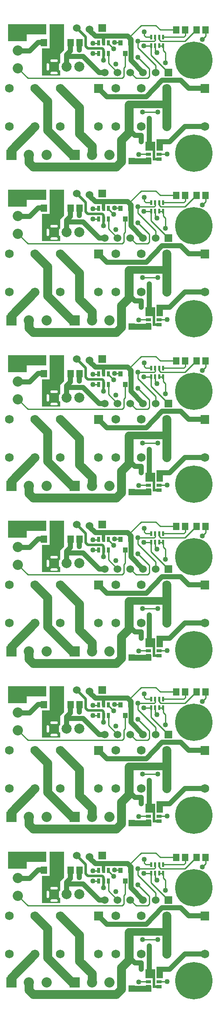
<source format=gbr>
G04 start of page 2 for group 0 idx 0 *
G04 Title: (unknown), top *
G04 Creator: pcb 20140316 *
G04 CreationDate: Mon 23 Jul 2018 02:23:11 AM GMT UTC *
G04 For: railfan *
G04 Format: Gerber/RS-274X *
G04 PCB-Dimensions (mil): 1700.00 7700.00 *
G04 PCB-Coordinate-Origin: lower left *
%MOIN*%
%FSLAX25Y25*%
%LNTOP*%
%ADD31C,0.0450*%
%ADD30C,0.0472*%
%ADD29C,0.1285*%
%ADD28C,0.0380*%
%ADD27C,0.0310*%
%ADD26R,0.0550X0.0550*%
%ADD25R,0.0512X0.0512*%
%ADD24R,0.0240X0.0240*%
%ADD23R,0.0167X0.0167*%
%ADD22R,0.0340X0.0340*%
%ADD21C,0.0787*%
%ADD20C,0.0800*%
%ADD19C,0.2937*%
%ADD18C,0.0680*%
%ADD17C,0.0250*%
%ADD16C,0.0600*%
%ADD15C,0.0400*%
%ADD14C,0.0200*%
%ADD13C,0.0100*%
%ADD12C,0.0700*%
%ADD11C,0.0001*%
G54D11*G36*
X7000Y637500D02*X37000D01*
Y629500D01*
X7000D01*
Y637500D01*
G37*
G36*
X39500D02*X51000D01*
Y617000D01*
X39500D01*
Y637500D01*
G37*
G36*
X48000Y597000D02*X43000D01*
Y598063D01*
X44937D01*
X45094Y598072D01*
X45247Y598109D01*
X45392Y598169D01*
X45527Y598251D01*
X45646Y598354D01*
X45749Y598473D01*
X45831Y598608D01*
X45891Y598753D01*
X45928Y598906D01*
X45940Y599063D01*
X45928Y599220D01*
X45891Y599373D01*
X45831Y599518D01*
X45749Y599653D01*
X45646Y599772D01*
X45527Y599875D01*
X45392Y599957D01*
X45247Y600017D01*
X45094Y600054D01*
X44937Y600063D01*
X43000D01*
Y607937D01*
X44937D01*
X45094Y607946D01*
X45247Y607983D01*
X45392Y608043D01*
X45527Y608125D01*
X45646Y608228D01*
X45749Y608347D01*
X45831Y608482D01*
X45891Y608627D01*
X45928Y608780D01*
X45940Y608937D01*
X45928Y609094D01*
X45891Y609247D01*
X45831Y609392D01*
X45749Y609527D01*
X45646Y609646D01*
X45527Y609749D01*
X45392Y609831D01*
X45247Y609891D01*
X45094Y609928D01*
X44937Y609937D01*
X43000D01*
Y618500D01*
X48000D01*
Y607203D01*
X47834Y606932D01*
X47780Y606928D01*
X47627Y606891D01*
X47482Y606831D01*
X47347Y606749D01*
X47228Y606646D01*
X47125Y606527D01*
X47043Y606392D01*
X46983Y606247D01*
X46946Y606094D01*
X46937Y605937D01*
Y602063D01*
X46946Y601906D01*
X46983Y601753D01*
X47043Y601608D01*
X47125Y601473D01*
X47228Y601354D01*
X47347Y601251D01*
X47482Y601169D01*
X47627Y601109D01*
X47780Y601072D01*
X47834Y601068D01*
X48000Y600797D01*
Y597000D01*
G37*
G36*
X43000D02*X38063D01*
Y601060D01*
X38220Y601072D01*
X38373Y601109D01*
X38518Y601169D01*
X38653Y601251D01*
X38772Y601354D01*
X38875Y601473D01*
X38957Y601608D01*
X39017Y601753D01*
X39054Y601906D01*
X39063Y602063D01*
Y605937D01*
X39054Y606094D01*
X39017Y606247D01*
X38957Y606392D01*
X38875Y606527D01*
X38772Y606646D01*
X38653Y606749D01*
X38518Y606831D01*
X38373Y606891D01*
X38220Y606928D01*
X38063Y606940D01*
Y618500D01*
X43000D01*
Y609937D01*
X41063D01*
X40906Y609928D01*
X40753Y609891D01*
X40608Y609831D01*
X40473Y609749D01*
X40354Y609646D01*
X40251Y609527D01*
X40169Y609392D01*
X40109Y609247D01*
X40072Y609094D01*
X40060Y608937D01*
X40072Y608780D01*
X40109Y608627D01*
X40169Y608482D01*
X40251Y608347D01*
X40354Y608228D01*
X40473Y608125D01*
X40608Y608043D01*
X40753Y607983D01*
X40906Y607946D01*
X41063Y607937D01*
X43000D01*
Y600063D01*
X41063D01*
X40906Y600054D01*
X40753Y600017D01*
X40608Y599957D01*
X40473Y599875D01*
X40354Y599772D01*
X40251Y599653D01*
X40169Y599518D01*
X40109Y599373D01*
X40072Y599220D01*
X40060Y599063D01*
X40072Y598906D01*
X40109Y598753D01*
X40169Y598608D01*
X40251Y598473D01*
X40354Y598354D01*
X40473Y598251D01*
X40608Y598169D01*
X40753Y598109D01*
X40906Y598072D01*
X41063Y598063D01*
X43000D01*
Y597000D01*
G37*
G36*
X38063D02*X33500D01*
Y618500D01*
X38063D01*
Y606940D01*
X37906Y606928D01*
X37753Y606891D01*
X37608Y606831D01*
X37473Y606749D01*
X37354Y606646D01*
X37251Y606527D01*
X37169Y606392D01*
X37109Y606247D01*
X37072Y606094D01*
X37063Y605937D01*
Y602063D01*
X37072Y601906D01*
X37109Y601753D01*
X37169Y601608D01*
X37251Y601473D01*
X37354Y601354D01*
X37473Y601251D01*
X37608Y601169D01*
X37753Y601109D01*
X37906Y601072D01*
X38063Y601060D01*
Y597000D01*
G37*
G36*
X51000Y617000D02*X47000Y613000D01*
Y618000D01*
X51000D01*
Y617000D01*
G37*
G36*
X7000Y637500D02*X21500D01*
Y624000D01*
X7000D01*
Y637500D01*
G37*
G36*
Y507500D02*X37000D01*
Y499500D01*
X7000D01*
Y507500D01*
G37*
G36*
X21500D01*
Y494000D01*
X7000D01*
Y507500D01*
G37*
G36*
X39500D02*X51000D01*
Y487000D01*
X39500D01*
Y507500D01*
G37*
G36*
X48000Y467000D02*X43000D01*
Y468063D01*
X44937D01*
X45094Y468072D01*
X45247Y468109D01*
X45392Y468169D01*
X45527Y468251D01*
X45646Y468354D01*
X45749Y468473D01*
X45831Y468608D01*
X45891Y468753D01*
X45928Y468906D01*
X45940Y469063D01*
X45928Y469220D01*
X45891Y469373D01*
X45831Y469518D01*
X45749Y469653D01*
X45646Y469772D01*
X45527Y469875D01*
X45392Y469957D01*
X45247Y470017D01*
X45094Y470054D01*
X44937Y470063D01*
X43000D01*
Y477937D01*
X44937D01*
X45094Y477946D01*
X45247Y477983D01*
X45392Y478043D01*
X45527Y478125D01*
X45646Y478228D01*
X45749Y478347D01*
X45831Y478482D01*
X45891Y478627D01*
X45928Y478780D01*
X45940Y478937D01*
X45928Y479094D01*
X45891Y479247D01*
X45831Y479392D01*
X45749Y479527D01*
X45646Y479646D01*
X45527Y479749D01*
X45392Y479831D01*
X45247Y479891D01*
X45094Y479928D01*
X44937Y479937D01*
X43000D01*
Y488500D01*
X48000D01*
Y477203D01*
X47834Y476932D01*
X47780Y476928D01*
X47627Y476891D01*
X47482Y476831D01*
X47347Y476749D01*
X47228Y476646D01*
X47125Y476527D01*
X47043Y476392D01*
X46983Y476247D01*
X46946Y476094D01*
X46937Y475937D01*
Y472063D01*
X46946Y471906D01*
X46983Y471753D01*
X47043Y471608D01*
X47125Y471473D01*
X47228Y471354D01*
X47347Y471251D01*
X47482Y471169D01*
X47627Y471109D01*
X47780Y471072D01*
X47834Y471068D01*
X48000Y470797D01*
Y467000D01*
G37*
G36*
X43000D02*X38063D01*
Y471060D01*
X38220Y471072D01*
X38373Y471109D01*
X38518Y471169D01*
X38653Y471251D01*
X38772Y471354D01*
X38875Y471473D01*
X38957Y471608D01*
X39017Y471753D01*
X39054Y471906D01*
X39063Y472063D01*
Y475937D01*
X39054Y476094D01*
X39017Y476247D01*
X38957Y476392D01*
X38875Y476527D01*
X38772Y476646D01*
X38653Y476749D01*
X38518Y476831D01*
X38373Y476891D01*
X38220Y476928D01*
X38063Y476940D01*
Y488500D01*
X43000D01*
Y479937D01*
X41063D01*
X40906Y479928D01*
X40753Y479891D01*
X40608Y479831D01*
X40473Y479749D01*
X40354Y479646D01*
X40251Y479527D01*
X40169Y479392D01*
X40109Y479247D01*
X40072Y479094D01*
X40060Y478937D01*
X40072Y478780D01*
X40109Y478627D01*
X40169Y478482D01*
X40251Y478347D01*
X40354Y478228D01*
X40473Y478125D01*
X40608Y478043D01*
X40753Y477983D01*
X40906Y477946D01*
X41063Y477937D01*
X43000D01*
Y470063D01*
X41063D01*
X40906Y470054D01*
X40753Y470017D01*
X40608Y469957D01*
X40473Y469875D01*
X40354Y469772D01*
X40251Y469653D01*
X40169Y469518D01*
X40109Y469373D01*
X40072Y469220D01*
X40060Y469063D01*
X40072Y468906D01*
X40109Y468753D01*
X40169Y468608D01*
X40251Y468473D01*
X40354Y468354D01*
X40473Y468251D01*
X40608Y468169D01*
X40753Y468109D01*
X40906Y468072D01*
X41063Y468063D01*
X43000D01*
Y467000D01*
G37*
G36*
X38063D02*X33500D01*
Y488500D01*
X38063D01*
Y476940D01*
X37906Y476928D01*
X37753Y476891D01*
X37608Y476831D01*
X37473Y476749D01*
X37354Y476646D01*
X37251Y476527D01*
X37169Y476392D01*
X37109Y476247D01*
X37072Y476094D01*
X37063Y475937D01*
Y472063D01*
X37072Y471906D01*
X37109Y471753D01*
X37169Y471608D01*
X37251Y471473D01*
X37354Y471354D01*
X37473Y471251D01*
X37608Y471169D01*
X37753Y471109D01*
X37906Y471072D01*
X38063Y471060D01*
Y467000D01*
G37*
G36*
X51000Y487000D02*X47000Y483000D01*
Y488000D01*
X51000D01*
Y487000D01*
G37*
G36*
X122500Y668000D02*X115000D01*
Y675000D01*
X122500D01*
Y668000D01*
G37*
G36*
X101500Y657500D02*Y662000D01*
X119500D01*
Y657500D01*
X101500D01*
G37*
G36*
X120500Y670500D02*X122500D01*
Y660500D01*
X120500D01*
Y670500D01*
G37*
G36*
X7000Y767500D02*X37000D01*
Y759500D01*
X7000D01*
Y767500D01*
G37*
G36*
X21500D01*
Y754000D01*
X7000D01*
Y767500D01*
G37*
G36*
X39500D02*X51000D01*
Y747000D01*
X39500D01*
Y767500D01*
G37*
G36*
X48000Y727000D02*X43000D01*
Y728063D01*
X44937D01*
X45094Y728072D01*
X45247Y728109D01*
X45392Y728169D01*
X45527Y728251D01*
X45646Y728354D01*
X45749Y728473D01*
X45831Y728608D01*
X45891Y728753D01*
X45928Y728906D01*
X45940Y729063D01*
X45928Y729220D01*
X45891Y729373D01*
X45831Y729518D01*
X45749Y729653D01*
X45646Y729772D01*
X45527Y729875D01*
X45392Y729957D01*
X45247Y730017D01*
X45094Y730054D01*
X44937Y730063D01*
X43000D01*
Y737937D01*
X44937D01*
X45094Y737946D01*
X45247Y737983D01*
X45392Y738043D01*
X45527Y738125D01*
X45646Y738228D01*
X45749Y738347D01*
X45831Y738482D01*
X45891Y738627D01*
X45928Y738780D01*
X45940Y738937D01*
X45928Y739094D01*
X45891Y739247D01*
X45831Y739392D01*
X45749Y739527D01*
X45646Y739646D01*
X45527Y739749D01*
X45392Y739831D01*
X45247Y739891D01*
X45094Y739928D01*
X44937Y739937D01*
X43000D01*
Y748500D01*
X48000D01*
Y737203D01*
X47834Y736932D01*
X47780Y736928D01*
X47627Y736891D01*
X47482Y736831D01*
X47347Y736749D01*
X47228Y736646D01*
X47125Y736527D01*
X47043Y736392D01*
X46983Y736247D01*
X46946Y736094D01*
X46937Y735937D01*
Y732063D01*
X46946Y731906D01*
X46983Y731753D01*
X47043Y731608D01*
X47125Y731473D01*
X47228Y731354D01*
X47347Y731251D01*
X47482Y731169D01*
X47627Y731109D01*
X47780Y731072D01*
X47834Y731068D01*
X48000Y730797D01*
Y727000D01*
G37*
G36*
X43000D02*X38063D01*
Y731060D01*
X38220Y731072D01*
X38373Y731109D01*
X38518Y731169D01*
X38653Y731251D01*
X38772Y731354D01*
X38875Y731473D01*
X38957Y731608D01*
X39017Y731753D01*
X39054Y731906D01*
X39063Y732063D01*
Y735937D01*
X39054Y736094D01*
X39017Y736247D01*
X38957Y736392D01*
X38875Y736527D01*
X38772Y736646D01*
X38653Y736749D01*
X38518Y736831D01*
X38373Y736891D01*
X38220Y736928D01*
X38063Y736940D01*
Y748500D01*
X43000D01*
Y739937D01*
X41063D01*
X40906Y739928D01*
X40753Y739891D01*
X40608Y739831D01*
X40473Y739749D01*
X40354Y739646D01*
X40251Y739527D01*
X40169Y739392D01*
X40109Y739247D01*
X40072Y739094D01*
X40060Y738937D01*
X40072Y738780D01*
X40109Y738627D01*
X40169Y738482D01*
X40251Y738347D01*
X40354Y738228D01*
X40473Y738125D01*
X40608Y738043D01*
X40753Y737983D01*
X40906Y737946D01*
X41063Y737937D01*
X43000D01*
Y730063D01*
X41063D01*
X40906Y730054D01*
X40753Y730017D01*
X40608Y729957D01*
X40473Y729875D01*
X40354Y729772D01*
X40251Y729653D01*
X40169Y729518D01*
X40109Y729373D01*
X40072Y729220D01*
X40060Y729063D01*
X40072Y728906D01*
X40109Y728753D01*
X40169Y728608D01*
X40251Y728473D01*
X40354Y728354D01*
X40473Y728251D01*
X40608Y728169D01*
X40753Y728109D01*
X40906Y728072D01*
X41063Y728063D01*
X43000D01*
Y727000D01*
G37*
G36*
X38063D02*X33500D01*
Y748500D01*
X38063D01*
Y736940D01*
X37906Y736928D01*
X37753Y736891D01*
X37608Y736831D01*
X37473Y736749D01*
X37354Y736646D01*
X37251Y736527D01*
X37169Y736392D01*
X37109Y736247D01*
X37072Y736094D01*
X37063Y735937D01*
Y732063D01*
X37072Y731906D01*
X37109Y731753D01*
X37169Y731608D01*
X37251Y731473D01*
X37354Y731354D01*
X37473Y731251D01*
X37608Y731169D01*
X37753Y731109D01*
X37906Y731072D01*
X38063Y731060D01*
Y727000D01*
G37*
G36*
X51000Y747000D02*X47000Y743000D01*
Y748000D01*
X51000D01*
Y747000D01*
G37*
G36*
X101500Y662500D02*X106500D01*
Y657500D01*
X101500D01*
Y662500D01*
G37*
G36*
X123500Y668000D02*Y677000D01*
X128500D01*
Y668000D01*
X123500D01*
G37*
G36*
X122500Y538000D02*X115000D01*
Y545000D01*
X122500D01*
Y538000D01*
G37*
G36*
X101500Y527500D02*Y532000D01*
X119500D01*
Y527500D01*
X101500D01*
G37*
G36*
Y532500D02*X106500D01*
Y527500D01*
X101500D01*
Y532500D01*
G37*
G36*
X120500Y540500D02*X122500D01*
Y530500D01*
X120500D01*
Y540500D01*
G37*
G36*
X123500Y538000D02*Y547000D01*
X128500D01*
Y538000D01*
X123500D01*
G37*
G36*
X101500Y397500D02*Y402000D01*
X119500D01*
Y397500D01*
X101500D01*
G37*
G36*
X122500Y408000D02*X115000D01*
Y415000D01*
X122500D01*
Y408000D01*
G37*
G36*
X123500D02*Y417000D01*
X128500D01*
Y408000D01*
X123500D01*
G37*
G36*
X101500Y402500D02*X106500D01*
Y397500D01*
X101500D01*
Y402500D01*
G37*
G36*
X120500Y410500D02*X122500D01*
Y400500D01*
X120500D01*
Y410500D01*
G37*
G36*
X122500Y148000D02*X115000D01*
Y155000D01*
X122500D01*
Y148000D01*
G37*
G36*
Y278000D02*X115000D01*
Y285000D01*
X122500D01*
Y278000D01*
G37*
G36*
X101500Y267500D02*Y272000D01*
X119500D01*
Y267500D01*
X101500D01*
G37*
G36*
Y272500D02*X106500D01*
Y267500D01*
X101500D01*
Y272500D01*
G37*
G36*
X120500Y280500D02*X122500D01*
Y270500D01*
X120500D01*
Y280500D01*
G37*
G36*
X123500Y278000D02*Y287000D01*
X128500D01*
Y278000D01*
X123500D01*
G37*
G36*
X101500Y137500D02*Y142000D01*
X119500D01*
Y137500D01*
X101500D01*
G37*
G36*
Y142500D02*X106500D01*
Y137500D01*
X101500D01*
Y142500D01*
G37*
G36*
X120500Y150500D02*X122500D01*
Y140500D01*
X120500D01*
Y150500D01*
G37*
G36*
X122500Y18000D02*X115000D01*
Y25000D01*
X122500D01*
Y18000D01*
G37*
G36*
X101500Y7500D02*Y12000D01*
X119500D01*
Y7500D01*
X101500D01*
G37*
G36*
Y12500D02*X106500D01*
Y7500D01*
X101500D01*
Y12500D01*
G37*
G36*
X120500Y20500D02*X122500D01*
Y10500D01*
X120500D01*
Y20500D01*
G37*
G36*
X123500Y148000D02*Y157000D01*
X128500D01*
Y148000D01*
X123500D01*
G37*
G36*
Y18000D02*Y27000D01*
X128500D01*
Y18000D01*
X123500D01*
G37*
G36*
X7000Y377500D02*X37000D01*
Y369500D01*
X7000D01*
Y377500D01*
G37*
G36*
Y247500D02*X37000D01*
Y239500D01*
X7000D01*
Y247500D01*
G37*
G36*
X21500D01*
Y234000D01*
X7000D01*
Y247500D01*
G37*
G36*
Y117500D02*X37000D01*
Y109500D01*
X7000D01*
Y117500D01*
G37*
G36*
X21500D01*
Y104000D01*
X7000D01*
Y117500D01*
G37*
G36*
Y377500D02*X21500D01*
Y364000D01*
X7000D01*
Y377500D01*
G37*
G36*
X39500D02*X51000D01*
Y357000D01*
X39500D01*
Y377500D01*
G37*
G36*
X51000Y357000D02*X47000Y353000D01*
Y358000D01*
X51000D01*
Y357000D01*
G37*
G36*
X48000Y337000D02*X43000D01*
Y338063D01*
X44937D01*
X45094Y338072D01*
X45247Y338109D01*
X45392Y338169D01*
X45527Y338251D01*
X45646Y338354D01*
X45749Y338473D01*
X45831Y338608D01*
X45891Y338753D01*
X45928Y338906D01*
X45940Y339063D01*
X45928Y339220D01*
X45891Y339373D01*
X45831Y339518D01*
X45749Y339653D01*
X45646Y339772D01*
X45527Y339875D01*
X45392Y339957D01*
X45247Y340017D01*
X45094Y340054D01*
X44937Y340063D01*
X43000D01*
Y347937D01*
X44937D01*
X45094Y347946D01*
X45247Y347983D01*
X45392Y348043D01*
X45527Y348125D01*
X45646Y348228D01*
X45749Y348347D01*
X45831Y348482D01*
X45891Y348627D01*
X45928Y348780D01*
X45940Y348937D01*
X45928Y349094D01*
X45891Y349247D01*
X45831Y349392D01*
X45749Y349527D01*
X45646Y349646D01*
X45527Y349749D01*
X45392Y349831D01*
X45247Y349891D01*
X45094Y349928D01*
X44937Y349937D01*
X43000D01*
Y358500D01*
X48000D01*
Y347203D01*
X47834Y346932D01*
X47780Y346928D01*
X47627Y346891D01*
X47482Y346831D01*
X47347Y346749D01*
X47228Y346646D01*
X47125Y346527D01*
X47043Y346392D01*
X46983Y346247D01*
X46946Y346094D01*
X46937Y345937D01*
Y342063D01*
X46946Y341906D01*
X46983Y341753D01*
X47043Y341608D01*
X47125Y341473D01*
X47228Y341354D01*
X47347Y341251D01*
X47482Y341169D01*
X47627Y341109D01*
X47780Y341072D01*
X47834Y341068D01*
X48000Y340797D01*
Y337000D01*
G37*
G36*
X43000D02*X38063D01*
Y341060D01*
X38220Y341072D01*
X38373Y341109D01*
X38518Y341169D01*
X38653Y341251D01*
X38772Y341354D01*
X38875Y341473D01*
X38957Y341608D01*
X39017Y341753D01*
X39054Y341906D01*
X39063Y342063D01*
Y345937D01*
X39054Y346094D01*
X39017Y346247D01*
X38957Y346392D01*
X38875Y346527D01*
X38772Y346646D01*
X38653Y346749D01*
X38518Y346831D01*
X38373Y346891D01*
X38220Y346928D01*
X38063Y346940D01*
Y358500D01*
X43000D01*
Y349937D01*
X41063D01*
X40906Y349928D01*
X40753Y349891D01*
X40608Y349831D01*
X40473Y349749D01*
X40354Y349646D01*
X40251Y349527D01*
X40169Y349392D01*
X40109Y349247D01*
X40072Y349094D01*
X40060Y348937D01*
X40072Y348780D01*
X40109Y348627D01*
X40169Y348482D01*
X40251Y348347D01*
X40354Y348228D01*
X40473Y348125D01*
X40608Y348043D01*
X40753Y347983D01*
X40906Y347946D01*
X41063Y347937D01*
X43000D01*
Y340063D01*
X41063D01*
X40906Y340054D01*
X40753Y340017D01*
X40608Y339957D01*
X40473Y339875D01*
X40354Y339772D01*
X40251Y339653D01*
X40169Y339518D01*
X40109Y339373D01*
X40072Y339220D01*
X40060Y339063D01*
X40072Y338906D01*
X40109Y338753D01*
X40169Y338608D01*
X40251Y338473D01*
X40354Y338354D01*
X40473Y338251D01*
X40608Y338169D01*
X40753Y338109D01*
X40906Y338072D01*
X41063Y338063D01*
X43000D01*
Y337000D01*
G37*
G36*
X38063D02*X33500D01*
Y358500D01*
X38063D01*
Y346940D01*
X37906Y346928D01*
X37753Y346891D01*
X37608Y346831D01*
X37473Y346749D01*
X37354Y346646D01*
X37251Y346527D01*
X37169Y346392D01*
X37109Y346247D01*
X37072Y346094D01*
X37063Y345937D01*
Y342063D01*
X37072Y341906D01*
X37109Y341753D01*
X37169Y341608D01*
X37251Y341473D01*
X37354Y341354D01*
X37473Y341251D01*
X37608Y341169D01*
X37753Y341109D01*
X37906Y341072D01*
X38063Y341060D01*
Y337000D01*
G37*
G36*
X39500Y247500D02*X51000D01*
Y227000D01*
X39500D01*
Y247500D01*
G37*
G36*
X48000Y207000D02*X43000D01*
Y208063D01*
X44937D01*
X45094Y208072D01*
X45247Y208109D01*
X45392Y208169D01*
X45527Y208251D01*
X45646Y208354D01*
X45749Y208473D01*
X45831Y208608D01*
X45891Y208753D01*
X45928Y208906D01*
X45940Y209063D01*
X45928Y209220D01*
X45891Y209373D01*
X45831Y209518D01*
X45749Y209653D01*
X45646Y209772D01*
X45527Y209875D01*
X45392Y209957D01*
X45247Y210017D01*
X45094Y210054D01*
X44937Y210063D01*
X43000D01*
Y217937D01*
X44937D01*
X45094Y217946D01*
X45247Y217983D01*
X45392Y218043D01*
X45527Y218125D01*
X45646Y218228D01*
X45749Y218347D01*
X45831Y218482D01*
X45891Y218627D01*
X45928Y218780D01*
X45940Y218937D01*
X45928Y219094D01*
X45891Y219247D01*
X45831Y219392D01*
X45749Y219527D01*
X45646Y219646D01*
X45527Y219749D01*
X45392Y219831D01*
X45247Y219891D01*
X45094Y219928D01*
X44937Y219937D01*
X43000D01*
Y228500D01*
X48000D01*
Y217203D01*
X47834Y216932D01*
X47780Y216928D01*
X47627Y216891D01*
X47482Y216831D01*
X47347Y216749D01*
X47228Y216646D01*
X47125Y216527D01*
X47043Y216392D01*
X46983Y216247D01*
X46946Y216094D01*
X46937Y215937D01*
Y212063D01*
X46946Y211906D01*
X46983Y211753D01*
X47043Y211608D01*
X47125Y211473D01*
X47228Y211354D01*
X47347Y211251D01*
X47482Y211169D01*
X47627Y211109D01*
X47780Y211072D01*
X47834Y211068D01*
X48000Y210797D01*
Y207000D01*
G37*
G36*
X43000D02*X38063D01*
Y211060D01*
X38220Y211072D01*
X38373Y211109D01*
X38518Y211169D01*
X38653Y211251D01*
X38772Y211354D01*
X38875Y211473D01*
X38957Y211608D01*
X39017Y211753D01*
X39054Y211906D01*
X39063Y212063D01*
Y215937D01*
X39054Y216094D01*
X39017Y216247D01*
X38957Y216392D01*
X38875Y216527D01*
X38772Y216646D01*
X38653Y216749D01*
X38518Y216831D01*
X38373Y216891D01*
X38220Y216928D01*
X38063Y216940D01*
Y228500D01*
X43000D01*
Y219937D01*
X41063D01*
X40906Y219928D01*
X40753Y219891D01*
X40608Y219831D01*
X40473Y219749D01*
X40354Y219646D01*
X40251Y219527D01*
X40169Y219392D01*
X40109Y219247D01*
X40072Y219094D01*
X40060Y218937D01*
X40072Y218780D01*
X40109Y218627D01*
X40169Y218482D01*
X40251Y218347D01*
X40354Y218228D01*
X40473Y218125D01*
X40608Y218043D01*
X40753Y217983D01*
X40906Y217946D01*
X41063Y217937D01*
X43000D01*
Y210063D01*
X41063D01*
X40906Y210054D01*
X40753Y210017D01*
X40608Y209957D01*
X40473Y209875D01*
X40354Y209772D01*
X40251Y209653D01*
X40169Y209518D01*
X40109Y209373D01*
X40072Y209220D01*
X40060Y209063D01*
X40072Y208906D01*
X40109Y208753D01*
X40169Y208608D01*
X40251Y208473D01*
X40354Y208354D01*
X40473Y208251D01*
X40608Y208169D01*
X40753Y208109D01*
X40906Y208072D01*
X41063Y208063D01*
X43000D01*
Y207000D01*
G37*
G36*
X38063D02*X33500D01*
Y228500D01*
X38063D01*
Y216940D01*
X37906Y216928D01*
X37753Y216891D01*
X37608Y216831D01*
X37473Y216749D01*
X37354Y216646D01*
X37251Y216527D01*
X37169Y216392D01*
X37109Y216247D01*
X37072Y216094D01*
X37063Y215937D01*
Y212063D01*
X37072Y211906D01*
X37109Y211753D01*
X37169Y211608D01*
X37251Y211473D01*
X37354Y211354D01*
X37473Y211251D01*
X37608Y211169D01*
X37753Y211109D01*
X37906Y211072D01*
X38063Y211060D01*
Y207000D01*
G37*
G36*
X51000Y227000D02*X47000Y223000D01*
Y228000D01*
X51000D01*
Y227000D01*
G37*
G36*
X39500Y117500D02*X51000D01*
Y97000D01*
X39500D01*
Y117500D01*
G37*
G36*
X48000Y77000D02*X43000D01*
Y78063D01*
X44937D01*
X45094Y78072D01*
X45247Y78109D01*
X45392Y78169D01*
X45527Y78251D01*
X45646Y78354D01*
X45749Y78473D01*
X45831Y78608D01*
X45891Y78753D01*
X45928Y78906D01*
X45940Y79063D01*
X45928Y79220D01*
X45891Y79373D01*
X45831Y79518D01*
X45749Y79653D01*
X45646Y79772D01*
X45527Y79875D01*
X45392Y79957D01*
X45247Y80017D01*
X45094Y80054D01*
X44937Y80063D01*
X43000D01*
Y87937D01*
X44937D01*
X45094Y87946D01*
X45247Y87983D01*
X45392Y88043D01*
X45527Y88125D01*
X45646Y88228D01*
X45749Y88347D01*
X45831Y88482D01*
X45891Y88627D01*
X45928Y88780D01*
X45940Y88937D01*
X45928Y89094D01*
X45891Y89247D01*
X45831Y89392D01*
X45749Y89527D01*
X45646Y89646D01*
X45527Y89749D01*
X45392Y89831D01*
X45247Y89891D01*
X45094Y89928D01*
X44937Y89937D01*
X43000D01*
Y98500D01*
X48000D01*
Y87203D01*
X47834Y86932D01*
X47780Y86928D01*
X47627Y86891D01*
X47482Y86831D01*
X47347Y86749D01*
X47228Y86646D01*
X47125Y86527D01*
X47043Y86392D01*
X46983Y86247D01*
X46946Y86094D01*
X46937Y85937D01*
Y82063D01*
X46946Y81906D01*
X46983Y81753D01*
X47043Y81608D01*
X47125Y81473D01*
X47228Y81354D01*
X47347Y81251D01*
X47482Y81169D01*
X47627Y81109D01*
X47780Y81072D01*
X47834Y81068D01*
X48000Y80797D01*
Y77000D01*
G37*
G36*
X43000D02*X38063D01*
Y81060D01*
X38220Y81072D01*
X38373Y81109D01*
X38518Y81169D01*
X38653Y81251D01*
X38772Y81354D01*
X38875Y81473D01*
X38957Y81608D01*
X39017Y81753D01*
X39054Y81906D01*
X39063Y82063D01*
Y85937D01*
X39054Y86094D01*
X39017Y86247D01*
X38957Y86392D01*
X38875Y86527D01*
X38772Y86646D01*
X38653Y86749D01*
X38518Y86831D01*
X38373Y86891D01*
X38220Y86928D01*
X38063Y86940D01*
Y98500D01*
X43000D01*
Y89937D01*
X41063D01*
X40906Y89928D01*
X40753Y89891D01*
X40608Y89831D01*
X40473Y89749D01*
X40354Y89646D01*
X40251Y89527D01*
X40169Y89392D01*
X40109Y89247D01*
X40072Y89094D01*
X40060Y88937D01*
X40072Y88780D01*
X40109Y88627D01*
X40169Y88482D01*
X40251Y88347D01*
X40354Y88228D01*
X40473Y88125D01*
X40608Y88043D01*
X40753Y87983D01*
X40906Y87946D01*
X41063Y87937D01*
X43000D01*
Y80063D01*
X41063D01*
X40906Y80054D01*
X40753Y80017D01*
X40608Y79957D01*
X40473Y79875D01*
X40354Y79772D01*
X40251Y79653D01*
X40169Y79518D01*
X40109Y79373D01*
X40072Y79220D01*
X40060Y79063D01*
X40072Y78906D01*
X40109Y78753D01*
X40169Y78608D01*
X40251Y78473D01*
X40354Y78354D01*
X40473Y78251D01*
X40608Y78169D01*
X40753Y78109D01*
X40906Y78072D01*
X41063Y78063D01*
X43000D01*
Y77000D01*
G37*
G36*
X38063D02*X33500D01*
Y98500D01*
X38063D01*
Y86940D01*
X37906Y86928D01*
X37753Y86891D01*
X37608Y86831D01*
X37473Y86749D01*
X37354Y86646D01*
X37251Y86527D01*
X37169Y86392D01*
X37109Y86247D01*
X37072Y86094D01*
X37063Y85937D01*
Y82063D01*
X37072Y81906D01*
X37109Y81753D01*
X37169Y81608D01*
X37251Y81473D01*
X37354Y81354D01*
X37473Y81251D01*
X37608Y81169D01*
X37753Y81109D01*
X37906Y81072D01*
X38063Y81060D01*
Y77000D01*
G37*
G36*
X51000Y97000D02*X47000Y93000D01*
Y98000D01*
X51000D01*
Y97000D01*
G37*
G54D12*X63000Y551500D02*Y572000D01*
G54D13*X107500Y595000D02*X103000Y599500D01*
G54D12*X96000Y546500D02*X102000Y552500D01*
Y574000D01*
X96000Y529500D02*Y546500D01*
G54D13*X109900Y535400D02*X109500Y535000D01*
X117300Y535400D02*X109900D01*
X125600Y535500D02*X125500Y535400D01*
X132000Y535500D02*X125600D01*
G54D14*X125500Y531500D02*X121500D01*
G54D12*X131500Y587000D02*Y557000D01*
G54D15*X134000Y545000D02*X126000D01*
X146000Y557000D02*X134000Y545000D01*
X101000Y628000D02*X103500Y625500D01*
G54D13*X112500Y568500D02*X124500D01*
X109000Y611500D02*X118000Y602500D01*
Y596500D01*
X116500Y595000D01*
G54D15*X128000Y593500D02*X115500Y580500D01*
G54D16*X102000Y574500D02*X131000D01*
G54D13*X116500Y595000D02*X107500D01*
G54D15*X84500Y580500D02*X78000Y587000D01*
X115500Y580500D02*X84500D01*
G54D14*X81900Y609100D02*X82000Y609000D01*
G54D13*X85800Y614500D02*Y606700D01*
G54D14*X81900Y600600D02*X83000Y599500D01*
X81900Y617600D02*Y609100D01*
G54D15*X83000Y599500D02*X78500D01*
X66000Y612000D01*
X113000Y599500D02*X103500Y609000D01*
Y625500D02*Y609000D01*
G54D13*X99000Y614500D02*Y604000D01*
G54D15*X118000Y563500D02*Y541500D01*
X111500Y545000D02*Y550000D01*
X106500D01*
X102000Y554500D01*
G54D12*X38000Y577000D02*X28000Y587000D01*
X38000Y554000D02*Y577000D01*
X63000Y572000D02*X48000Y587000D01*
X57327Y534673D02*X38000Y554000D01*
X59055Y534673D02*X57327D01*
X72835D02*Y541665D01*
X63000Y551500D01*
X9555Y538555D02*X28000Y557000D01*
X9555Y534673D02*Y538555D01*
G54D13*X128724Y750652D02*Y746776D01*
G54D15*X142500Y593500D02*X128000D01*
G54D13*X138957Y633000D02*X126500D01*
X128724Y620652D02*Y616776D01*
X130500Y615000D02*Y607000D01*
X128724Y616776D02*X130500Y615000D01*
G54D15*X161500Y557000D02*X146000D01*
X161500Y587000D02*X149000D01*
G54D13*X127000Y624000D02*X145957D01*
X128724Y627348D02*X144848D01*
G54D15*X142500Y593500D02*X149000Y587000D01*
G54D13*X159500Y625500D02*X162043Y628043D01*
Y633000D01*
X145957Y624000D02*X154957Y633000D01*
X144848Y627348D02*X146043Y628543D01*
Y633000D01*
X111500Y636500D02*X102000Y627000D01*
X123000Y636500D02*X111500D01*
X119276Y627348D02*X115152D01*
X114000Y628500D01*
Y631500D01*
X113500Y620500D02*X119276D01*
X90000Y618000D02*X85800Y622200D01*
X90500Y623000D02*X95100D01*
X119276Y620652D02*Y613224D01*
X133000Y599500D01*
X123000Y605000D02*Y599500D01*
X109000Y624000D02*X121500D01*
X109000D02*Y619000D01*
X123000Y605000D01*
X124000Y615000D02*X122425Y616575D01*
Y620652D01*
X125575D02*X128724D01*
X125575Y627348D02*Y625425D01*
X127000Y624000D01*
X126500Y633000D02*X123000Y636500D01*
X121500Y624000D02*X122425Y624925D01*
Y627348D01*
G54D17*X81900Y752700D02*Y757900D01*
G54D14*Y739100D02*X82000Y739000D01*
X81900Y747600D02*Y739100D01*
G54D17*Y757900D02*X82000Y758000D01*
G54D13*X85800Y744500D02*Y736700D01*
G54D15*X101000Y758000D02*X75500D01*
X71000Y762500D01*
X34957Y753000D02*X30500D01*
X24000Y746500D01*
X14838D01*
X14673Y746665D01*
G54D13*X22559Y725000D02*X14673Y732886D01*
G54D12*X38000Y707000D02*X28000Y717000D01*
G54D15*X55914Y753000D02*Y746414D01*
X53000Y743500D01*
Y734000D01*
G54D14*X68000Y750000D02*Y757500D01*
X61000Y764500D01*
G54D15*X66000Y742000D02*X53500D01*
X63000Y753000D02*Y747000D01*
G54D14*X69500Y748500D02*X68000Y750000D01*
X81900Y747600D02*X81000Y748500D01*
X69500D01*
G54D13*X73500Y744500D02*X78000D01*
X73500Y752500D02*X77800D01*
X78000Y752700D01*
X96500Y725000D02*X22559D01*
G54D15*X84500Y710500D02*X78000Y717000D01*
X83000Y729500D02*X78500D01*
X66000Y742000D01*
G54D12*X63000Y702000D02*X48000Y717000D01*
G54D13*X90000Y748000D02*X85800Y752200D01*
X90500Y753000D02*X95100D01*
X111500Y766500D02*X102000Y757000D01*
X113500Y750500D02*X119276D01*
Y750652D02*Y743224D01*
X109000Y749000D02*X123000Y735000D01*
Y729500D01*
X124000Y745000D02*X122425Y746575D01*
Y750652D01*
X125575Y757348D02*Y755425D01*
X126500Y763000D02*X123000Y766500D01*
X111500D01*
X114000Y758500D02*Y761500D01*
X119276Y757348D02*X115152D01*
X114000Y758500D01*
X109000Y754000D02*X121500D01*
X122425Y754925D01*
Y757348D01*
X109000Y754000D02*Y749000D01*
G54D15*X161500Y687000D02*X146000D01*
X134000Y675000D01*
G54D13*X125600Y665500D02*X125500Y665400D01*
G54D12*X96000Y676500D02*X102000Y682500D01*
Y704000D01*
X96000Y659500D02*Y676500D01*
G54D13*X109900Y665400D02*X109500Y665000D01*
X117300Y665400D02*X109900D01*
X132000Y665500D02*X125600D01*
G54D12*X131500Y717000D02*Y687000D01*
G54D15*X134000Y675000D02*X126000D01*
X142500Y723500D02*X128000D01*
X142500D02*X149000Y717000D01*
X161500D02*X149000D01*
G54D13*X112500Y698500D02*X124500D01*
G54D15*X115500Y710500D02*X84500D01*
X128000Y723500D02*X115500Y710500D01*
G54D16*X102000Y704500D02*X131000D01*
G54D15*X113000Y729500D02*X103500Y739000D01*
G54D13*X109000Y741500D02*X118000Y732500D01*
Y726500D01*
X107500Y725000D02*X103000Y729500D01*
X85800Y736700D02*X93000Y729500D01*
G54D14*X81900Y730600D02*X83000Y729500D01*
G54D15*X103500Y755500D02*Y739000D01*
X101000Y758000D02*X103500Y755500D01*
G54D13*X99000Y744500D02*Y734000D01*
X98000Y733000D01*
Y726500D01*
X96500Y725000D01*
X159500Y755500D02*X162043Y758043D01*
Y763000D01*
X127000Y754000D02*X145957D01*
X154957Y763000D01*
X128724Y757348D02*X144848D01*
X146043Y758543D01*
Y763000D01*
X138957D02*X126500D01*
X125575Y750652D02*X128724D01*
X125575Y755425D02*X127000Y754000D01*
X118000Y726500D02*X116500Y725000D01*
X107500D01*
X119276Y743224D02*X133000Y729500D01*
X130500Y745000D02*Y737000D01*
X128724Y746776D02*X130500Y745000D01*
G54D12*X63000Y681500D02*Y702000D01*
X23335Y664673D02*Y658665D01*
X9555Y668555D02*X28000Y687000D01*
X9555Y664673D02*Y668555D01*
X38000Y684000D02*Y707000D01*
G54D14*X125500Y661500D02*X121500D01*
G54D12*X26500Y655500D02*X92000D01*
X96000Y659500D01*
G54D15*X118000Y693500D02*Y671500D01*
G54D12*X57327Y664673D02*X38000Y684000D01*
X23335Y658665D02*X26500Y655500D01*
X59055Y664673D02*X57327D01*
X72835D02*Y671665D01*
X63000Y681500D01*
G54D15*X111500Y675000D02*Y680000D01*
X106500D01*
X102000Y684500D01*
X34957Y623000D02*X30500D01*
X24000Y616500D01*
X14838D01*
X14673Y616665D01*
X55914Y623000D02*Y616414D01*
X53000Y613500D01*
Y604000D01*
X66000Y612000D02*X53500D01*
X63000Y623000D02*Y617000D01*
G54D13*X99000Y604000D02*X98000Y603000D01*
Y596500D01*
X96500Y595000D01*
X22559D01*
X14673Y602886D01*
X85800Y606700D02*X93000Y599500D01*
G54D17*X81900Y622700D02*Y627900D01*
G54D14*Y617600D02*X81000Y618500D01*
X69500D01*
G54D13*X73500Y622500D02*X77800D01*
X78000Y622700D01*
G54D15*X75500Y628000D02*X71000Y632500D01*
G54D13*X73500Y614500D02*X78000D01*
G54D14*X69500Y618500D02*X68000Y620000D01*
Y627500D01*
X61000Y634500D01*
G54D17*X81900Y627900D02*X82000Y628000D01*
G54D15*X101000D02*X75500D01*
G54D12*X23335Y534673D02*Y528665D01*
X26500Y525500D01*
X92000D01*
X96000Y529500D01*
G54D17*X81900Y492700D02*Y497900D01*
G54D14*Y487600D02*Y479100D01*
G54D13*X85800Y476700D02*X93000Y469500D01*
G54D14*X81900Y470600D02*X83000Y469500D01*
G54D15*X113000D02*X103500Y479000D01*
G54D13*X99000Y484500D02*Y474000D01*
X98000Y473000D01*
Y466500D01*
X96500Y465000D01*
X107500D02*X103000Y469500D01*
G54D15*X103500Y495500D02*Y479000D01*
G54D13*X119276Y497348D02*X115152D01*
X114000Y498500D01*
Y501500D01*
X109000Y494000D02*Y489000D01*
X118000Y472500D02*Y466500D01*
X116500Y465000D01*
X107500D01*
G54D15*X115500Y450500D02*X84500D01*
G54D13*X109000Y481500D02*X118000Y472500D01*
X119276Y490652D02*Y483224D01*
G54D15*X34957Y493000D02*X30500D01*
X24000Y486500D01*
X14838D01*
X14673Y486665D01*
X55914Y493000D02*Y486414D01*
X53000Y483500D01*
G54D14*X69500Y488500D02*X68000Y490000D01*
Y497500D01*
X61000Y504500D01*
G54D15*X63000Y493000D02*Y487000D01*
G54D14*X81900Y487600D02*X81000Y488500D01*
G54D17*X81900Y497900D02*X82000Y498000D01*
G54D14*X81000Y488500D02*X69500D01*
G54D13*X73500Y484500D02*X78000D01*
X73500Y492500D02*X77800D01*
X78000Y492700D01*
X90000Y488000D02*X85800Y492200D01*
X90500Y493000D02*X95100D01*
G54D15*X101000Y498000D02*X75500D01*
X71000Y502500D01*
G54D14*X81900Y479100D02*X82000Y479000D01*
G54D13*X85800Y484500D02*Y476700D01*
X111500Y506500D02*X102000Y497000D01*
G54D15*X142500Y463500D02*X128000D01*
G54D13*X159500Y495500D02*X162043Y498043D01*
X145957Y494000D02*X154957Y503000D01*
X144848Y497348D02*X146043Y498543D01*
Y503000D01*
X162043Y498043D02*Y503000D01*
X127000Y494000D02*X145957D01*
X128724Y497348D02*X144848D01*
X138957Y503000D02*X126500D01*
X121500Y494000D02*X122425Y494925D01*
Y497348D01*
X126500Y503000D02*X123000Y506500D01*
X119276Y483224D02*X133000Y469500D01*
X130500Y485000D02*Y477000D01*
X128724Y486776D02*X130500Y485000D01*
X123000Y475000D02*Y469500D01*
X124000Y485000D02*X122425Y486575D01*
Y490652D01*
G54D12*X96000Y416500D02*X102000Y422500D01*
G54D15*X111500Y415000D02*Y420000D01*
X106500D01*
X102000Y424500D01*
G54D12*X96000Y399500D02*Y416500D01*
G54D16*X102000Y444500D02*X131000D01*
G54D13*X112500Y438500D02*X124500D01*
G54D15*X128000Y463500D02*X115500Y450500D01*
X101000Y498000D02*X103500Y495500D01*
G54D13*X113500Y490500D02*X119276D01*
X125575Y490652D02*X128724D01*
Y486776D01*
X125575Y497348D02*Y495425D01*
X127000Y494000D01*
X123000Y506500D02*X111500D01*
X109000Y494000D02*X121500D01*
X109000Y489000D02*X123000Y475000D01*
G54D12*X63000Y421500D02*Y442000D01*
X57327Y404673D02*X38000Y424000D01*
Y447000D01*
X63000Y442000D02*X48000Y457000D01*
G54D13*X22559Y465000D02*X14673Y472886D01*
G54D12*X23335Y404673D02*Y398665D01*
X26500Y395500D01*
X9555Y408555D02*X28000Y427000D01*
X9555Y404673D02*Y408555D01*
G54D13*X96500Y465000D02*X22559D01*
G54D12*X38000Y447000D02*X28000Y457000D01*
G54D15*X84500Y450500D02*X78000Y457000D01*
X53000Y483500D02*Y474000D01*
X83000Y469500D02*X78500D01*
X66000Y482000D01*
X53500D01*
G54D12*X102000Y422500D02*Y444000D01*
G54D13*X109900Y405400D02*X109500Y405000D01*
X117300Y405400D02*X109900D01*
G54D15*X118000Y433500D02*Y411500D01*
G54D12*X26500Y395500D02*X92000D01*
X59055Y404673D02*X57327D01*
X92000Y395500D02*X96000Y399500D01*
X72835Y404673D02*Y411665D01*
X63000Y421500D01*
G54D15*X161500Y427000D02*X146000D01*
G54D12*X131500Y457000D02*Y427000D01*
G54D15*X161500Y457000D02*X149000D01*
G54D13*X125600Y405500D02*X125500Y405400D01*
X132000Y405500D02*X125600D01*
G54D14*X125500Y401500D02*X121500D01*
G54D15*X134000Y415000D02*X126000D01*
X146000Y427000D02*X134000Y415000D01*
X142500Y463500D02*X149000Y457000D01*
X161500Y167000D02*X146000D01*
X134000Y155000D01*
G54D13*X125600Y145500D02*X125500Y145400D01*
G54D14*Y141500D02*X121500D01*
G54D13*X132000Y145500D02*X125600D01*
G54D12*X131500Y197000D02*Y167000D01*
G54D15*X134000Y155000D02*X126000D01*
X142500Y203500D02*X128000D01*
X142500D02*X149000Y197000D01*
X161500D02*X149000D01*
G54D13*X162043Y238043D02*Y243000D01*
X145957Y234000D02*X154957Y243000D01*
X144848Y237348D02*X146043Y238543D01*
Y243000D01*
X159500Y235500D02*X162043Y238043D01*
X127000Y234000D02*X145957D01*
X128724Y237348D02*X144848D01*
X138957Y243000D02*X126500D01*
X125575Y237348D02*Y235425D01*
X127000Y234000D01*
X125575Y230652D02*X128724D01*
X126500Y243000D02*X123000Y246500D01*
X121500Y234000D02*X122425Y234925D01*
Y237348D01*
X128724Y230652D02*Y226776D01*
X130500Y225000D02*Y217000D01*
X128724Y226776D02*X130500Y225000D01*
X123000Y215000D02*Y209500D01*
X124000Y225000D02*X122425Y226575D01*
Y230652D01*
G54D15*X161500Y37000D02*X146000D01*
X134000Y25000D01*
G54D13*X125600Y15500D02*X125500Y15400D01*
G54D14*Y11500D02*X121500D01*
G54D13*X132000Y15500D02*X125600D01*
G54D12*X131500Y67000D02*Y37000D01*
G54D15*X134000Y25000D02*X126000D01*
X142500Y73500D02*X128000D01*
X142500D02*X149000Y67000D01*
X161500D02*X149000D01*
G54D13*X128724Y100652D02*Y96776D01*
X130500Y95000D02*Y87000D01*
X128724Y96776D02*X130500Y95000D01*
X124000D02*X122425Y96575D01*
Y100652D01*
X119276Y93224D02*X133000Y79500D01*
X123000Y85000D02*Y79500D01*
X162043Y108043D02*Y113000D01*
X145957Y104000D02*X154957Y113000D01*
X144848Y107348D02*X146043Y108543D01*
Y113000D01*
X159500Y105500D02*X162043Y108043D01*
X127000Y104000D02*X145957D01*
X128724Y107348D02*X144848D01*
X138957Y113000D02*X126500D01*
X125575Y107348D02*Y105425D01*
X127000Y104000D01*
X125575Y100652D02*X128724D01*
X126500Y113000D02*X123000Y116500D01*
X121500Y104000D02*X122425Y104925D01*
Y107348D01*
G54D15*X34957Y363000D02*X30500D01*
X24000Y356500D01*
X14838D01*
X14673Y356665D01*
G54D12*X38000Y317000D02*X28000Y327000D01*
G54D15*X55914Y363000D02*Y356414D01*
X53000Y353500D01*
Y344000D01*
G54D14*X81900Y357600D02*Y349100D01*
G54D15*X66000Y352000D02*X53500D01*
G54D12*X38000Y294000D02*Y317000D01*
X63000Y312000D02*X48000Y327000D01*
G54D15*X113000Y339500D02*X103500Y349000D01*
Y365500D02*Y349000D01*
G54D13*X109000Y364000D02*Y359000D01*
X99000Y354500D02*Y344000D01*
X115152Y367348D02*X114000Y368500D01*
Y371500D01*
X99000Y344000D02*X98000Y343000D01*
Y336500D01*
X96500Y335000D01*
X22559D01*
X14673Y342886D01*
X85800Y346700D02*X93000Y339500D01*
G54D17*X81900Y362700D02*Y367900D01*
G54D14*Y357600D02*X81000Y358500D01*
X69500D01*
G54D13*X73500Y362500D02*X77800D01*
X78000Y362700D01*
G54D15*X75500Y368000D02*X71000Y372500D01*
G54D13*X73500Y354500D02*X78000D01*
G54D14*X69500Y358500D02*X68000Y360000D01*
Y367500D01*
X61000Y374500D01*
G54D17*X81900Y367900D02*X82000Y368000D01*
G54D15*X101000D02*X75500D01*
G54D13*X90000Y358000D02*X85800Y362200D01*
X90500Y363000D02*X95100D01*
G54D12*X57327Y274673D02*X38000Y294000D01*
X59055Y274673D02*X57327D01*
X23335D02*Y268665D01*
X26500Y265500D01*
X92000D01*
X9555Y278555D02*X28000Y297000D01*
X92000Y265500D02*X96000Y269500D01*
G54D14*X81900Y349100D02*X82000Y349000D01*
G54D13*X85800Y354500D02*Y346700D01*
G54D14*X81900Y340600D02*X83000Y339500D01*
G54D15*X78500D01*
X66000Y352000D01*
X84500Y320500D02*X78000Y327000D01*
X115500Y320500D02*X84500D01*
X63000Y363000D02*Y357000D01*
G54D13*X119276Y360652D02*Y353224D01*
X109000Y359000D02*X123000Y345000D01*
X124000Y355000D02*X122425Y356575D01*
Y360652D01*
X123000Y345000D02*Y339500D01*
G54D15*X101000Y368000D02*X103500Y365500D01*
G54D13*X111500Y376500D02*X102000Y367000D01*
X113500Y360500D02*X119276D01*
Y367348D02*X115152D01*
X121500Y364000D02*X122425Y364925D01*
Y367348D01*
X126500Y373000D02*X123000Y376500D01*
X111500D01*
X109000Y364000D02*X121500D01*
X125575Y360652D02*X128724D01*
Y356776D01*
X125575Y367348D02*Y365425D01*
X127000Y364000D01*
G54D12*X96000Y286500D02*X102000Y292500D01*
X96000Y269500D02*Y286500D01*
X102000Y292500D02*Y314000D01*
G54D15*X118000Y303500D02*Y281500D01*
G54D12*X63000Y291500D02*Y312000D01*
X72835Y274673D02*Y281665D01*
X63000Y291500D01*
G54D15*X111500Y285000D02*Y290000D01*
X106500D01*
X102000Y294500D01*
X161500Y297000D02*X146000D01*
X134000Y285000D01*
G54D13*X125600Y275500D02*X125500Y275400D01*
G54D14*Y271500D02*X121500D01*
G54D13*X132000Y275500D02*X125600D01*
G54D12*X131500Y327000D02*Y297000D01*
G54D15*X134000Y285000D02*X126000D01*
X142500Y333500D02*X128000D01*
X142500D02*X149000Y327000D01*
X161500D02*X149000D01*
G54D13*X162043Y368043D02*Y373000D01*
X145957Y364000D02*X154957Y373000D01*
X144848Y367348D02*X146043Y368543D01*
Y373000D01*
X159500Y365500D02*X162043Y368043D01*
X127000Y364000D02*X145957D01*
X128724Y367348D02*X144848D01*
X138957Y373000D02*X126500D01*
X130500Y355000D02*Y347000D01*
X128724Y356776D02*X130500Y355000D01*
X112500Y308500D02*X124500D01*
X109000Y351500D02*X118000Y342500D01*
Y336500D01*
X116500Y335000D01*
X107500D01*
X103000Y339500D01*
G54D15*X128000Y333500D02*X115500Y320500D01*
G54D16*X102000Y314500D02*X131000D01*
G54D13*X119276Y353224D02*X133000Y339500D01*
G54D12*X9555Y274673D02*Y278555D01*
Y18555D02*X28000Y37000D01*
X9555Y14673D02*Y18555D01*
X38000Y34000D02*Y57000D01*
G54D13*X109900Y275400D02*X109500Y275000D01*
X117300Y275400D02*X109900D01*
X123000Y246500D02*X111500D01*
X119276Y237348D02*X115152D01*
X119276Y230652D02*Y223224D01*
X115152Y237348D02*X114000Y238500D01*
Y241500D01*
X109000Y234000D02*X121500D01*
X109000D02*Y229000D01*
G54D15*X34957Y233000D02*X30500D01*
X24000Y226500D01*
X14838D01*
X14673Y226665D01*
X55914Y233000D02*Y226414D01*
X53000Y223500D01*
G54D14*X68000Y230000D02*Y237500D01*
X61000Y244500D01*
G54D15*X75500Y238000D02*X71000Y242500D01*
X63000Y233000D02*Y227000D01*
G54D13*X90500Y233000D02*X95100D01*
G54D15*X101000Y238000D02*X75500D01*
G54D13*X111500Y246500D02*X102000Y237000D01*
X111500Y116500D02*X102000Y107000D01*
X114000Y108500D02*Y111500D01*
G54D15*X118000Y43500D02*Y21500D01*
X111500Y25000D02*Y30000D01*
X106500D01*
X102000Y34500D01*
G54D13*X123000Y116500D02*X111500D01*
X119276Y107348D02*X115152D01*
X109000Y104000D02*X121500D01*
X115152Y107348D02*X114000Y108500D01*
X113500Y100500D02*X119276D01*
Y100652D02*Y93224D01*
X109000Y104000D02*Y99000D01*
X123000Y85000D01*
X90000Y228000D02*X85800Y232200D01*
X90000Y98000D02*X85800Y102200D01*
X90500Y103000D02*X95100D01*
G54D15*X101000Y108000D02*X75500D01*
X66000Y92000D02*X53500D01*
X63000Y103000D02*Y97000D01*
G54D12*Y52000D02*X48000Y67000D01*
X72835Y14673D02*Y21665D01*
X63000Y31500D01*
G54D15*X75500Y108000D02*X71000Y112500D01*
X113000Y209500D02*X103500Y219000D01*
Y235500D02*Y219000D01*
X101000Y238000D02*X103500Y235500D01*
G54D13*X109000Y221500D02*X118000Y212500D01*
Y206500D01*
X116500Y205000D01*
X107500D01*
G54D15*X128000Y203500D02*X115500Y190500D01*
G54D13*X109000Y229000D02*X123000Y215000D01*
X99000Y224500D02*Y214000D01*
X98000Y213000D01*
Y206500D01*
X96500Y205000D01*
X107500D02*X103000Y209500D01*
X113500Y230500D02*X119276D01*
Y223224D02*X133000Y209500D01*
G54D15*X53000Y223500D02*Y214000D01*
G54D13*X96500Y205000D02*X22559D01*
X14673Y212886D01*
G54D12*X38000Y187000D02*X28000Y197000D01*
G54D15*X78500Y209500D02*X66000Y222000D01*
X53500D01*
G54D17*X81900Y232700D02*Y237900D01*
G54D14*Y227600D02*X81000Y228500D01*
G54D17*X81900Y237900D02*X82000Y238000D01*
G54D14*X81900Y227600D02*Y219100D01*
X69500Y228500D02*X68000Y230000D01*
X81000Y228500D02*X69500D01*
G54D13*X73500Y232500D02*X77800D01*
X78000Y232700D01*
X85800Y216700D02*X93000Y209500D01*
X73500Y224500D02*X78000D01*
G54D14*X81900Y219100D02*X82000Y219000D01*
G54D13*X85800Y224500D02*Y216700D01*
G54D14*X81900Y210600D02*X83000Y209500D01*
G54D15*X84500Y190500D02*X78000Y197000D01*
X83000Y209500D02*X78500D01*
G54D12*X63000Y182000D02*X48000Y197000D01*
G54D13*X112500Y178500D02*X124500D01*
G54D15*X115500Y190500D02*X84500D01*
G54D16*X102000Y184500D02*X131000D01*
G54D12*X96000Y156500D02*X102000Y162500D01*
Y184000D01*
G54D15*X118000Y173500D02*Y151500D01*
X111500Y155000D02*Y160000D01*
X106500D01*
X102000Y164500D01*
G54D12*X96000Y139500D02*Y156500D01*
G54D13*X109900Y145400D02*X109500Y145000D01*
X117300Y145400D02*X109900D01*
G54D12*X92000Y135500D02*X96000Y139500D01*
X63000Y161500D02*Y182000D01*
X57327Y144673D02*X38000Y164000D01*
X72835Y144673D02*Y151665D01*
X63000Y161500D01*
X9555Y148555D02*X28000Y167000D01*
X9555Y144673D02*Y148555D01*
X38000Y164000D02*Y187000D01*
X23335Y144673D02*Y138665D01*
X26500Y135500D01*
X92000D01*
X59055Y144673D02*X57327D01*
G54D15*X34957Y103000D02*X30500D01*
X24000Y96500D01*
X14838D01*
X14673Y96665D01*
G54D13*X22559Y75000D02*X14673Y82886D01*
G54D12*X38000Y57000D02*X28000Y67000D01*
G54D17*X81900Y102700D02*Y107900D01*
G54D14*Y89100D02*X82000Y89000D01*
G54D13*X85800Y94500D02*Y86700D01*
G54D17*X81900Y107900D02*X82000Y108000D01*
G54D14*X81900Y80600D02*X83000Y79500D01*
G54D15*X78500D01*
X84500Y60500D02*X78000Y67000D01*
G54D14*X81900Y97600D02*Y89100D01*
G54D15*X55914Y103000D02*Y96414D01*
X53000Y93500D01*
Y84000D01*
G54D14*X68000Y100000D02*Y107500D01*
X61000Y114500D01*
G54D12*X63000Y31500D02*Y52000D01*
G54D13*X112500Y48500D02*X124500D01*
G54D15*X115500Y60500D02*X84500D01*
G54D12*X96000Y26500D02*X102000Y32500D01*
G54D13*X109900Y15400D02*X109500Y15000D01*
X117300Y15400D02*X109900D01*
G54D12*X102000Y32500D02*Y54000D01*
X96000Y9500D02*Y26500D01*
X57327Y14673D02*X38000Y34000D01*
X23335Y14673D02*Y8665D01*
X26500Y5500D01*
X92000D01*
X59055Y14673D02*X57327D01*
X92000Y5500D02*X96000Y9500D01*
G54D15*X113000Y79500D02*X103500Y89000D01*
G54D13*X99000Y94500D02*Y84000D01*
X98000Y83000D01*
Y76500D01*
X96500Y75000D01*
X107500D02*X103000Y79500D01*
G54D15*X101000Y108000D02*X103500Y105500D01*
Y89000D01*
G54D13*X109000Y91500D02*X118000Y82500D01*
Y76500D01*
X116500Y75000D01*
G54D15*X128000Y73500D02*X115500Y60500D01*
G54D16*X102000Y54500D02*X131000D01*
G54D13*X116500Y75000D02*X107500D01*
G54D14*X69500Y98500D02*X68000Y100000D01*
X81900Y97600D02*X81000Y98500D01*
X69500D01*
G54D13*X73500Y94500D02*X78000D01*
X73500Y102500D02*X77800D01*
X78000Y102700D01*
X96500Y75000D02*X22559D01*
X85800Y86700D02*X93000Y79500D01*
G54D15*X78500D02*X66000Y92000D01*
G54D18*X91500Y557000D03*
X111500D03*
X78000D03*
G54D11*G36*
Y507500D02*Y501500D01*
X84000D01*
Y507500D01*
X78000D01*
G37*
G54D16*X71000Y503500D03*
X61000Y504500D03*
G54D19*X153000Y536000D03*
G54D18*X131500Y557000D03*
X161500D03*
G54D19*X153000Y479000D03*
G54D11*G36*
X130000Y472500D02*Y466500D01*
X136000D01*
Y472500D01*
X130000D01*
G37*
G54D16*X123000Y469500D03*
G54D11*G36*
X158100Y460400D02*Y453600D01*
X164900D01*
Y460400D01*
X158100D01*
G37*
G54D18*X131500Y457000D03*
G54D11*G36*
X55055Y668673D02*Y660673D01*
X63055D01*
Y668673D01*
X55055D01*
G37*
G54D20*X72835Y664673D03*
X86614D03*
G54D18*X91500Y687000D03*
X78000D03*
X111500D03*
G54D16*X113000Y599500D03*
X103000D03*
X93000D03*
G54D20*X86614Y534673D03*
G54D16*X83000Y599500D03*
G54D11*G36*
X78000Y637500D02*Y631500D01*
X84000D01*
Y637500D01*
X78000D01*
G37*
G54D16*X71000Y633500D03*
X61000Y634500D03*
G54D18*X111500Y587000D03*
X91500D03*
G54D11*G36*
X74600Y590400D02*Y583600D01*
X81400D01*
Y590400D01*
X74600D01*
G37*
G54D19*X153000Y666000D03*
Y739000D03*
G54D11*G36*
X158100Y720400D02*Y713600D01*
X164900D01*
Y720400D01*
X158100D01*
G37*
G54D18*X161500Y687000D03*
G54D11*G36*
X130000Y732500D02*Y726500D01*
X136000D01*
Y732500D01*
X130000D01*
G37*
G54D18*X131500Y717000D03*
G54D16*X123000Y729500D03*
G54D18*X131500Y687000D03*
G54D19*X153000Y609000D03*
G54D11*G36*
X130000Y602500D02*Y596500D01*
X136000D01*
Y602500D01*
X130000D01*
G37*
G54D16*X123000Y599500D03*
G54D11*G36*
X158100Y590400D02*Y583600D01*
X164900D01*
Y590400D01*
X158100D01*
G37*
G54D18*X131500Y587000D03*
G54D11*G36*
X39063Y737937D02*Y730063D01*
X46937D01*
Y737937D01*
X39063D01*
G37*
G36*
X10673Y764445D02*Y756445D01*
X18673D01*
Y764445D01*
X10673D01*
G37*
G54D20*X14673Y746665D03*
Y732886D03*
G54D16*X113000Y729500D03*
X103000D03*
X93000D03*
G54D18*X111500Y717000D03*
X91500D03*
G54D21*X63000Y734000D03*
X53000D03*
G54D16*X83000Y729500D03*
G54D18*X48000Y717000D03*
X28000D03*
X8000D03*
G54D11*G36*
X74600Y720400D02*Y713600D01*
X81400D01*
Y720400D01*
X74600D01*
G37*
G36*
X78000Y767500D02*Y761500D01*
X84000D01*
Y767500D01*
X78000D01*
G37*
G54D16*X71000Y763500D03*
X61000Y764500D03*
G54D11*G36*
X5555Y668673D02*Y660673D01*
X13555D01*
Y668673D01*
X5555D01*
G37*
G54D18*X8000Y687000D03*
X28000D03*
G54D11*G36*
X55055Y538673D02*Y530673D01*
X63055D01*
Y538673D01*
X55055D01*
G37*
G54D21*X63000Y604000D03*
X53000D03*
G54D11*G36*
X39063Y607937D02*Y600063D01*
X46937D01*
Y607937D01*
X39063D01*
G37*
G54D18*X48000Y587000D03*
Y557000D03*
G54D20*X72835Y534673D03*
G54D11*G36*
X5555Y538673D02*Y530673D01*
X13555D01*
Y538673D01*
X5555D01*
G37*
G54D20*X23335Y534673D03*
X37114D03*
X23335Y664673D03*
X37114D03*
G54D18*X48000Y687000D03*
G54D11*G36*
X10673Y634445D02*Y626445D01*
X18673D01*
Y634445D01*
X10673D01*
G37*
G54D20*X14673Y616665D03*
G54D11*G36*
X10673Y504445D02*Y496445D01*
X18673D01*
Y504445D01*
X10673D01*
G37*
G54D20*X14673Y486665D03*
Y472886D03*
Y602886D03*
G54D18*X28000Y587000D03*
X8000D03*
Y557000D03*
X28000D03*
G54D11*G36*
X55055Y408673D02*Y400673D01*
X63055D01*
Y408673D01*
X55055D01*
G37*
G54D20*X72835Y404673D03*
X37114D03*
X86614D03*
G54D18*X91500Y427000D03*
X111500D03*
G54D16*X113000Y469500D03*
X103000D03*
X93000D03*
G54D18*X111500Y457000D03*
X91500D03*
G54D11*G36*
X74600Y460400D02*Y453600D01*
X81400D01*
Y460400D01*
X74600D01*
G37*
G54D18*X48000Y427000D03*
X78000D03*
G54D21*X63000Y474000D03*
G54D16*X83000Y469500D03*
G54D21*X53000Y474000D03*
G54D18*X48000Y457000D03*
X28000D03*
X8000D03*
G54D11*G36*
X39063Y477937D02*Y470063D01*
X46937D01*
Y477937D01*
X39063D01*
G37*
G36*
X5555Y408673D02*Y400673D01*
X13555D01*
Y408673D01*
X5555D01*
G37*
G54D20*X23335Y404673D03*
G54D18*X8000Y427000D03*
X28000D03*
G54D11*G36*
X10673Y374445D02*Y366445D01*
X18673D01*
Y374445D01*
X10673D01*
G37*
G54D20*X14673Y356665D03*
Y342886D03*
G54D16*X93000Y339500D03*
X83000D03*
G54D18*X91500Y327000D03*
G54D11*G36*
X74600Y330400D02*Y323600D01*
X81400D01*
Y330400D01*
X74600D01*
G37*
G36*
X78000Y377500D02*Y371500D01*
X84000D01*
Y377500D01*
X78000D01*
G37*
G54D16*X71000Y373500D03*
X61000Y374500D03*
G54D11*G36*
X55055Y278673D02*Y270673D01*
X63055D01*
Y278673D01*
X55055D01*
G37*
G54D21*X63000Y344000D03*
X53000D03*
G54D11*G36*
X39063Y347937D02*Y340063D01*
X46937D01*
Y347937D01*
X39063D01*
G37*
G54D18*X48000Y327000D03*
Y297000D03*
G54D20*X72835Y274673D03*
X86614D03*
G54D18*X91500Y297000D03*
X78000D03*
G54D11*G36*
X5555Y278673D02*Y270673D01*
X13555D01*
Y278673D01*
X5555D01*
G37*
G54D18*X8000Y297000D03*
G54D20*X23335Y274673D03*
G54D18*X28000Y297000D03*
G54D20*X37114Y274673D03*
G54D18*X28000Y327000D03*
X8000D03*
G54D19*X153000Y406000D03*
G54D18*X131500Y427000D03*
X161500D03*
G54D19*X153000Y349000D03*
G54D11*G36*
X158100Y330400D02*Y323600D01*
X164900D01*
Y330400D01*
X158100D01*
G37*
G54D18*X131500Y327000D03*
G54D11*G36*
X130000Y342500D02*Y336500D01*
X136000D01*
Y342500D01*
X130000D01*
G37*
G54D16*X123000Y339500D03*
X113000D03*
X103000D03*
G54D19*X153000Y276000D03*
G54D18*X111500Y327000D03*
Y297000D03*
X131500D03*
X161500D03*
G54D19*X153000Y219000D03*
G54D11*G36*
X158100Y200400D02*Y193600D01*
X164900D01*
Y200400D01*
X158100D01*
G37*
G36*
X130000Y212500D02*Y206500D01*
X136000D01*
Y212500D01*
X130000D01*
G37*
G54D16*X123000Y209500D03*
X113000D03*
X103000D03*
G54D18*X131500Y197000D03*
X111500D03*
G54D21*X53000Y214000D03*
G54D18*X48000Y197000D03*
X28000D03*
G54D16*X83000Y209500D03*
G54D11*G36*
X74600Y200400D02*Y193600D01*
X81400D01*
Y200400D01*
X74600D01*
G37*
G36*
X78000Y247500D02*Y241500D01*
X84000D01*
Y247500D01*
X78000D01*
G37*
G54D16*X71000Y243500D03*
G54D11*G36*
X10673Y244445D02*Y236445D01*
X18673D01*
Y244445D01*
X10673D01*
G37*
G54D20*X14673Y226665D03*
Y212886D03*
G54D18*X8000Y197000D03*
G54D11*G36*
X55055Y148673D02*Y140673D01*
X63055D01*
Y148673D01*
X55055D01*
G37*
G36*
X5555D02*Y140673D01*
X13555D01*
Y148673D01*
X5555D01*
G37*
G54D20*X23335Y144673D03*
X37114D03*
X72835D03*
X86614D03*
G54D19*X153000Y146000D03*
G54D18*X91500Y167000D03*
X8000D03*
X28000D03*
X48000D03*
X78000D03*
X111500D03*
X131500D03*
X161500D03*
G54D21*X63000Y214000D03*
G54D16*X61000Y244500D03*
G54D11*G36*
X39063Y217937D02*Y210063D01*
X46937D01*
Y217937D01*
X39063D01*
G37*
G36*
Y87937D02*Y80063D01*
X46937D01*
Y87937D01*
X39063D01*
G37*
G54D18*X48000Y67000D03*
G54D16*X93000Y209500D03*
G54D18*X91500Y197000D03*
G54D11*G36*
X78000Y117500D02*Y111500D01*
X84000D01*
Y117500D01*
X78000D01*
G37*
G36*
X55055Y18673D02*Y10673D01*
X63055D01*
Y18673D01*
X55055D01*
G37*
G54D20*X72835Y14673D03*
G54D21*X63000Y84000D03*
X53000D03*
G54D16*X71000Y113500D03*
X61000Y114500D03*
G54D19*X153000Y16000D03*
Y89000D03*
G54D11*G36*
X158100Y70400D02*Y63600D01*
X164900D01*
Y70400D01*
X158100D01*
G37*
G36*
X130000Y82500D02*Y76500D01*
X136000D01*
Y82500D01*
X130000D01*
G37*
G54D16*X123000Y79500D03*
X113000D03*
X103000D03*
G54D18*X131500Y67000D03*
X111500D03*
Y37000D03*
X131500D03*
X161500D03*
G54D11*G36*
X10673Y114445D02*Y106445D01*
X18673D01*
Y114445D01*
X10673D01*
G37*
G54D20*X14673Y96665D03*
Y82886D03*
G54D18*X28000Y67000D03*
X8000D03*
G54D20*X86614Y14673D03*
G54D18*X91500Y37000D03*
X78000D03*
G54D11*G36*
X5555Y18673D02*Y10673D01*
X13555D01*
Y18673D01*
X5555D01*
G37*
G54D20*X23335Y14673D03*
X37114D03*
G54D18*X8000Y37000D03*
X28000D03*
X48000D03*
G54D16*X93000Y79500D03*
X83000D03*
G54D18*X91500Y67000D03*
G54D11*G36*
X74600Y70400D02*Y63600D01*
X81400D01*
Y70400D01*
X74600D01*
G37*
G54D22*X102900Y623000D02*Y622400D01*
G54D23*X119276Y621587D02*Y619717D01*
X122425Y621587D02*Y619717D01*
X125575Y621587D02*Y619717D01*
X128724Y621587D02*Y619717D01*
G54D22*X95100Y623000D02*Y622400D01*
X99000Y614800D02*Y614200D01*
G54D24*X124700Y661500D02*X126300D01*
X124700Y665400D02*X126300D01*
X124700Y669300D02*X126300D01*
X116500D02*X118100D01*
X116500Y665400D02*X118100D01*
X116500Y661500D02*X118100D01*
G54D25*X154957Y633393D02*Y632607D01*
X162043Y633393D02*Y632607D01*
X146043Y633393D02*Y632607D01*
X138957Y633393D02*Y632607D01*
G54D23*X128724Y628283D02*Y626413D01*
X125575Y628283D02*Y626413D01*
X122425Y628283D02*Y626413D01*
X119276Y628283D02*Y626413D01*
G54D25*X63000Y623393D02*Y622607D01*
X55914Y623393D02*Y622607D01*
X42043Y623393D02*Y622607D01*
G54D26*X47000Y634500D02*Y632500D01*
G54D25*X34957Y623393D02*Y622607D01*
G54D26*X34000Y634500D02*Y632500D01*
G54D24*X78000Y615300D02*Y613700D01*
X81900Y615300D02*Y613700D01*
X85800Y615300D02*Y613700D01*
Y623500D02*Y621900D01*
X81900Y623500D02*Y621900D01*
X78000Y623500D02*Y621900D01*
G54D22*X102900Y753000D02*Y752400D01*
X95100Y753000D02*Y752400D01*
X99000Y744800D02*Y744200D01*
G54D25*X63000Y753393D02*Y752607D01*
X55914Y753393D02*Y752607D01*
X42043Y753393D02*Y752607D01*
X34957Y753393D02*Y752607D01*
G54D26*X34000Y764500D02*Y762500D01*
X47000Y764500D02*Y762500D01*
G54D25*X154957Y763393D02*Y762607D01*
X162043Y763393D02*Y762607D01*
X146043Y763393D02*Y762607D01*
X138957Y763393D02*Y762607D01*
G54D23*X128724Y758283D02*Y756413D01*
X125575Y758283D02*Y756413D01*
X122425Y758283D02*Y756413D01*
X119276Y758283D02*Y756413D01*
Y751587D02*Y749717D01*
X122425Y751587D02*Y749717D01*
X125575Y751587D02*Y749717D01*
X128724Y751587D02*Y749717D01*
G54D24*X78000Y745300D02*Y743700D01*
X81900Y745300D02*Y743700D01*
X85800Y745300D02*Y743700D01*
Y753500D02*Y751900D01*
X81900Y753500D02*Y751900D01*
X78000Y753500D02*Y751900D01*
X124700Y531500D02*X126300D01*
X124700Y535400D02*X126300D01*
X124700Y539300D02*X126300D01*
X116500D02*X118100D01*
X116500Y535400D02*X118100D01*
X116500Y531500D02*X118100D01*
G54D25*X42043Y493393D02*Y492607D01*
X34957Y493393D02*Y492607D01*
G54D26*X34000Y504500D02*Y502500D01*
X47000Y504500D02*Y502500D01*
G54D24*X78000Y485300D02*Y483700D01*
X81900Y485300D02*Y483700D01*
X85800Y485300D02*Y483700D01*
Y493500D02*Y491900D01*
X81900Y493500D02*Y491900D01*
X78000Y493500D02*Y491900D01*
G54D25*X63000Y493393D02*Y492607D01*
X55914Y493393D02*Y492607D01*
G54D22*X102900Y493000D02*Y492400D01*
X95100Y493000D02*Y492400D01*
X99000Y484800D02*Y484200D01*
G54D25*X154957Y503393D02*Y502607D01*
X146043Y503393D02*Y502607D01*
X162043Y503393D02*Y502607D01*
X138957Y503393D02*Y502607D01*
G54D23*X128724Y498283D02*Y496413D01*
X125575Y498283D02*Y496413D01*
X122425Y498283D02*Y496413D01*
X119276Y498283D02*Y496413D01*
X128724Y491587D02*Y489717D01*
G54D24*X124700Y401500D02*X126300D01*
X124700Y405400D02*X126300D01*
X124700Y409300D02*X126300D01*
X116500D02*X118100D01*
X116500Y405400D02*X118100D01*
X116500Y401500D02*X118100D01*
G54D23*X119276Y491587D02*Y489717D01*
X122425Y491587D02*Y489717D01*
X125575Y491587D02*Y489717D01*
G54D25*X55914Y363393D02*Y362607D01*
X42043Y363393D02*Y362607D01*
X34957Y363393D02*Y362607D01*
G54D26*X34000Y374500D02*Y372500D01*
X47000Y374500D02*Y372500D01*
G54D25*X63000Y233393D02*Y232607D01*
X55914Y233393D02*Y232607D01*
X42043Y233393D02*Y232607D01*
X34957Y233393D02*Y232607D01*
G54D26*X34000Y244500D02*Y242500D01*
X47000Y244500D02*Y242500D01*
G54D22*X102900Y233000D02*Y232400D01*
X95100Y233000D02*Y232400D01*
X99000Y224800D02*Y224200D01*
G54D24*X78000Y225300D02*Y223700D01*
X81900Y225300D02*Y223700D01*
X85800Y225300D02*Y223700D01*
Y233500D02*Y231900D01*
X81900Y233500D02*Y231900D01*
X78000Y233500D02*Y231900D01*
G54D25*X63000Y363393D02*Y362607D01*
G54D22*X102900Y363000D02*Y362400D01*
X95100Y363000D02*Y362400D01*
X99000Y354800D02*Y354200D01*
G54D24*X78000Y355300D02*Y353700D01*
X81900Y355300D02*Y353700D01*
X85800Y355300D02*Y353700D01*
Y363500D02*Y361900D01*
X81900Y363500D02*Y361900D01*
X78000Y363500D02*Y361900D01*
X124700Y271500D02*X126300D01*
X124700Y275400D02*X126300D01*
X124700Y279300D02*X126300D01*
X116500D02*X118100D01*
X116500Y275400D02*X118100D01*
X116500Y271500D02*X118100D01*
G54D25*X154957Y373393D02*Y372607D01*
Y243393D02*Y242607D01*
X146043Y243393D02*Y242607D01*
X138957Y243393D02*Y242607D01*
X162043Y373393D02*Y372607D01*
Y243393D02*Y242607D01*
G54D23*X128724Y238283D02*Y236413D01*
G54D25*X146043Y373393D02*Y372607D01*
X138957Y373393D02*Y372607D01*
G54D23*X128724Y368283D02*Y366413D01*
X125575Y368283D02*Y366413D01*
X122425Y368283D02*Y366413D01*
X119276Y368283D02*Y366413D01*
Y361587D02*Y359717D01*
X122425Y361587D02*Y359717D01*
X125575Y361587D02*Y359717D01*
X128724Y361587D02*Y359717D01*
G54D24*X116500Y149300D02*X118100D01*
G54D25*X154957Y113393D02*Y112607D01*
X162043Y113393D02*Y112607D01*
X146043Y113393D02*Y112607D01*
X138957Y113393D02*Y112607D01*
G54D24*X124700Y141500D02*X126300D01*
X124700Y145400D02*X126300D01*
X124700Y149300D02*X126300D01*
X116500Y145400D02*X118100D01*
X116500Y141500D02*X118100D01*
G54D23*X125575Y238283D02*Y236413D01*
X122425Y238283D02*Y236413D01*
Y101587D02*Y99717D01*
X125575Y101587D02*Y99717D01*
X128724Y101587D02*Y99717D01*
X119276Y238283D02*Y236413D01*
Y231587D02*Y229717D01*
G54D24*X116500Y19300D02*X118100D01*
X116500Y15400D02*X118100D01*
X116500Y11500D02*X118100D01*
G54D23*X119276Y108283D02*Y106413D01*
Y101587D02*Y99717D01*
X122425Y231587D02*Y229717D01*
X125575Y231587D02*Y229717D01*
X128724Y231587D02*Y229717D01*
G54D25*X63000Y103393D02*Y102607D01*
X55914Y103393D02*Y102607D01*
X42043Y103393D02*Y102607D01*
X34957Y103393D02*Y102607D01*
G54D26*X34000Y114500D02*Y112500D01*
X47000Y114500D02*Y112500D01*
G54D24*X124700Y11500D02*X126300D01*
X124700Y15400D02*X126300D01*
X124700Y19300D02*X126300D01*
G54D23*X128724Y108283D02*Y106413D01*
X125575Y108283D02*Y106413D01*
X122425Y108283D02*Y106413D01*
G54D22*X102900Y103000D02*Y102400D01*
X95100Y103000D02*Y102400D01*
X99000Y94800D02*Y94200D01*
G54D24*X78000Y95300D02*Y93700D01*
X81900Y95300D02*Y93700D01*
X85800Y95300D02*Y93700D01*
Y103500D02*Y101900D01*
X81900Y103500D02*Y101900D01*
X78000Y103500D02*Y101900D01*
G54D15*X132000Y665500D03*
Y535500D03*
X104000Y530000D03*
X109500Y535000D03*
X159500Y625500D03*
Y495500D03*
X112500Y568500D03*
X118000Y554500D03*
Y559000D03*
Y563500D03*
X111500Y550000D03*
Y545000D03*
X73500Y614500D03*
Y622500D03*
X63000Y617000D03*
X82000Y609000D03*
X91500Y606000D03*
X90500Y623000D03*
X90000Y618000D03*
X104000Y660000D03*
Y400000D03*
X124500Y568500D03*
Y438500D03*
X132000Y405500D03*
X130500Y477000D03*
X124000Y485000D03*
X109000Y611500D03*
X130500Y607000D03*
X73500Y744500D03*
Y752500D03*
X82000Y739000D03*
X63000Y747000D03*
X109000Y741500D03*
X91500Y736000D03*
X130500Y737000D03*
X159500Y755500D03*
X113500Y750500D03*
X124000Y745000D03*
X114000Y761500D03*
X109000Y754000D03*
X90500Y753000D03*
X90000Y748000D03*
X124500Y698500D03*
X124000Y615000D03*
X109500Y665000D03*
X112500Y698500D03*
X118000Y684500D03*
Y689000D03*
Y693500D03*
X111500Y680000D03*
Y675000D03*
X113500Y620500D03*
X114000Y631500D03*
X109000Y624000D03*
Y481500D03*
X109500Y405000D03*
X112500Y438500D03*
X118000Y424500D03*
Y429000D03*
Y433500D03*
X159500Y365500D03*
X114000Y371500D03*
X111500Y420000D03*
Y415000D03*
X113500Y490500D03*
X114000Y501500D03*
X109000Y494000D03*
Y351500D03*
X130500Y347000D03*
X113500Y360500D03*
X109000Y364000D03*
X124000Y355000D03*
X73500Y484500D03*
X63000Y487000D03*
X73500Y492500D03*
X90500Y493000D03*
X82000Y479000D03*
X73500Y354500D03*
Y362500D03*
X82000Y349000D03*
X63000Y357000D03*
X91500Y476000D03*
X90000Y488000D03*
X91500Y346000D03*
X90500Y363000D03*
X90000Y358000D03*
X124500Y308500D03*
X112500D03*
X118000Y294500D03*
Y299000D03*
Y303500D03*
X111500Y290000D03*
X109500Y275000D03*
X111500Y285000D03*
X132000Y275500D03*
X124500Y178500D03*
X130500Y217000D03*
X124000Y225000D03*
X109000Y221500D03*
X113500Y230500D03*
X114000Y241500D03*
X109000Y234000D03*
X104000Y270000D03*
Y140000D03*
Y10000D03*
X112500Y178500D03*
X118000Y164500D03*
Y169000D03*
Y173500D03*
X113500Y100500D03*
X114000Y111500D03*
X109000Y104000D03*
X124000Y95000D03*
X73500Y224500D03*
Y232500D03*
X63000Y227000D03*
X82000Y219000D03*
X91500Y216000D03*
X90500Y233000D03*
X90000Y228000D03*
X73500Y94500D03*
Y102500D03*
X82000Y89000D03*
X91500Y86000D03*
X90000Y98000D03*
X63000Y97000D03*
X90500Y103000D03*
X109500Y145000D03*
X111500Y160000D03*
Y155000D03*
X109000Y91500D03*
X109500Y15000D03*
X132000Y145500D03*
X124500Y48500D03*
X132000Y15500D03*
X130500Y87000D03*
X112500Y48500D03*
X118000Y34500D03*
Y39000D03*
Y43500D03*
X111500Y30000D03*
Y25000D03*
X159500Y235500D03*
Y105500D03*
G54D14*G54D27*G54D14*G54D27*G54D14*G54D27*G54D14*G54D27*G54D14*G54D27*G54D14*G54D27*G54D14*G54D27*G54D14*G54D27*G54D14*G54D27*G54D14*G54D27*G54D14*G54D27*G54D28*G54D29*G54D28*G54D29*G54D28*G54D30*G54D28*G54D30*G54D28*G54D29*G54D28*G54D29*G54D28*G54D31*G54D30*G54D28*G54D31*G54D28*G54D30*G54D28*G54D30*G54D31*G54D28*G54D30*G54D28*G54D30*G54D28*G54D30*G54D28*G54D31*G54D28*G54D31*G54D28*G54D31*G54D30*G54D28*G54D30*G54D28*G54D30*G54D31*G54D28*G54D30*G54D28*G54D30*G54D28*G54D30*G54D28*G54D30*G54D28*G54D29*G54D28*G54D29*G54D28*G54D29*G54D28*G54D29*G54D28*G54D31*G54D28*G54D30*G54D28*G54D30*G54D29*G54D28*G54D31*G54D28*G54D31*G54D28*G54D30*G54D31*G54D28*G54D29*G54D28*G54D30*G54D28*G54D30*G54D28*G54D30*G54D28*M02*

</source>
